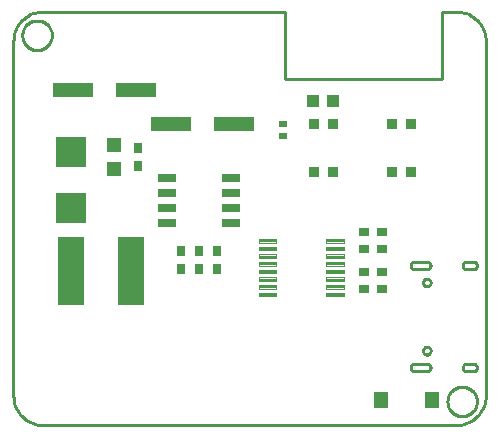
<source format=gbr>
G04 EAGLE Gerber RS-274X export*
G75*
%MOMM*%
%FSLAX34Y34*%
%LPD*%
%INSolderpaste Bottom*%
%IPPOS*%
%AMOC8*
5,1,8,0,0,1.08239X$1,22.5*%
G01*
%ADD10C,0.102500*%
%ADD11R,1.270000X1.470000*%
%ADD12R,2.540000X2.540000*%
%ADD13R,1.300000X1.200000*%
%ADD14R,0.800000X0.900000*%
%ADD15R,1.550000X0.700000*%
%ADD16R,0.700000X0.600000*%
%ADD17R,0.900000X0.800000*%
%ADD18R,0.900000X0.900000*%
%ADD19R,1.000000X1.100000*%
%ADD20R,2.199997X5.720003*%
%ADD21R,3.499994X1.199997*%
%ADD22C,0.254000*%


D10*
X264986Y157638D02*
X279662Y157638D01*
X279662Y154562D01*
X264986Y154562D01*
X264986Y157638D01*
X264986Y155536D02*
X279662Y155536D01*
X279662Y156510D02*
X264986Y156510D01*
X264986Y157484D02*
X279662Y157484D01*
X279662Y151138D02*
X264986Y151138D01*
X279662Y151138D02*
X279662Y148062D01*
X264986Y148062D01*
X264986Y151138D01*
X264986Y149036D02*
X279662Y149036D01*
X279662Y150010D02*
X264986Y150010D01*
X264986Y150984D02*
X279662Y150984D01*
X279662Y144638D02*
X264986Y144638D01*
X279662Y144638D02*
X279662Y141562D01*
X264986Y141562D01*
X264986Y144638D01*
X264986Y142536D02*
X279662Y142536D01*
X279662Y143510D02*
X264986Y143510D01*
X264986Y144484D02*
X279662Y144484D01*
X279662Y138138D02*
X264986Y138138D01*
X279662Y138138D02*
X279662Y135062D01*
X264986Y135062D01*
X264986Y138138D01*
X264986Y136036D02*
X279662Y136036D01*
X279662Y137010D02*
X264986Y137010D01*
X264986Y137984D02*
X279662Y137984D01*
X279662Y131638D02*
X264986Y131638D01*
X279662Y131638D02*
X279662Y128562D01*
X264986Y128562D01*
X264986Y131638D01*
X264986Y129536D02*
X279662Y129536D01*
X279662Y130510D02*
X264986Y130510D01*
X264986Y131484D02*
X279662Y131484D01*
X279662Y125138D02*
X264986Y125138D01*
X279662Y125138D02*
X279662Y122062D01*
X264986Y122062D01*
X264986Y125138D01*
X264986Y123036D02*
X279662Y123036D01*
X279662Y124010D02*
X264986Y124010D01*
X264986Y124984D02*
X279662Y124984D01*
X279662Y118638D02*
X264986Y118638D01*
X279662Y118638D02*
X279662Y115562D01*
X264986Y115562D01*
X264986Y118638D01*
X264986Y116536D02*
X279662Y116536D01*
X279662Y117510D02*
X264986Y117510D01*
X264986Y118484D02*
X279662Y118484D01*
X279662Y112138D02*
X264986Y112138D01*
X279662Y112138D02*
X279662Y109062D01*
X264986Y109062D01*
X264986Y112138D01*
X264986Y110036D02*
X279662Y110036D01*
X279662Y111010D02*
X264986Y111010D01*
X264986Y111984D02*
X279662Y111984D01*
X222262Y112138D02*
X207586Y112138D01*
X222262Y112138D02*
X222262Y109062D01*
X207586Y109062D01*
X207586Y112138D01*
X207586Y110036D02*
X222262Y110036D01*
X222262Y111010D02*
X207586Y111010D01*
X207586Y111984D02*
X222262Y111984D01*
X222262Y118638D02*
X207586Y118638D01*
X222262Y118638D02*
X222262Y115562D01*
X207586Y115562D01*
X207586Y118638D01*
X207586Y116536D02*
X222262Y116536D01*
X222262Y117510D02*
X207586Y117510D01*
X207586Y118484D02*
X222262Y118484D01*
X222262Y125138D02*
X207586Y125138D01*
X222262Y125138D02*
X222262Y122062D01*
X207586Y122062D01*
X207586Y125138D01*
X207586Y123036D02*
X222262Y123036D01*
X222262Y124010D02*
X207586Y124010D01*
X207586Y124984D02*
X222262Y124984D01*
X222262Y131638D02*
X207586Y131638D01*
X222262Y131638D02*
X222262Y128562D01*
X207586Y128562D01*
X207586Y131638D01*
X207586Y129536D02*
X222262Y129536D01*
X222262Y130510D02*
X207586Y130510D01*
X207586Y131484D02*
X222262Y131484D01*
X222262Y138138D02*
X207586Y138138D01*
X222262Y138138D02*
X222262Y135062D01*
X207586Y135062D01*
X207586Y138138D01*
X207586Y136036D02*
X222262Y136036D01*
X222262Y137010D02*
X207586Y137010D01*
X207586Y137984D02*
X222262Y137984D01*
X222262Y144638D02*
X207586Y144638D01*
X222262Y144638D02*
X222262Y141562D01*
X207586Y141562D01*
X207586Y144638D01*
X207586Y142536D02*
X222262Y142536D01*
X222262Y143510D02*
X207586Y143510D01*
X207586Y144484D02*
X222262Y144484D01*
X222262Y151138D02*
X207586Y151138D01*
X222262Y151138D02*
X222262Y148062D01*
X207586Y148062D01*
X207586Y151138D01*
X207586Y149036D02*
X222262Y149036D01*
X222262Y150010D02*
X207586Y150010D01*
X207586Y150984D02*
X222262Y150984D01*
X222262Y157638D02*
X207586Y157638D01*
X222262Y157638D02*
X222262Y154562D01*
X207586Y154562D01*
X207586Y157638D01*
X207586Y155536D02*
X222262Y155536D01*
X222262Y156510D02*
X207586Y156510D01*
X207586Y157484D02*
X222262Y157484D01*
D11*
X354618Y21004D03*
X311618Y21004D03*
D12*
X48948Y184195D03*
X48948Y231185D03*
D13*
X85218Y217182D03*
X85218Y237502D03*
D14*
X105806Y219214D03*
X105806Y234454D03*
D15*
X129826Y170846D03*
X129826Y183546D03*
X129826Y196246D03*
X129826Y208946D03*
X184326Y208946D03*
X184326Y196246D03*
X184326Y183546D03*
X184326Y170846D03*
D14*
X172076Y132276D03*
X172076Y147516D03*
X157076Y132276D03*
X157076Y147516D03*
X142076Y132276D03*
X142076Y147516D03*
D16*
X227948Y244942D03*
X227948Y254942D03*
D17*
X296804Y163646D03*
X312044Y163646D03*
X296804Y129328D03*
X312044Y129328D03*
X312082Y115368D03*
X296842Y115368D03*
X312044Y149488D03*
X296804Y149488D03*
D18*
X336346Y254958D03*
X320346Y254958D03*
X320346Y213958D03*
X336346Y213958D03*
D19*
X270942Y274726D03*
X253942Y274726D03*
D18*
X270188Y254958D03*
X254188Y254958D03*
X254188Y213958D03*
X270188Y213958D03*
D20*
X49168Y130810D03*
X99166Y130810D03*
D21*
X186720Y254762D03*
X133320Y254762D03*
X50516Y283718D03*
X103916Y283718D03*
D22*
X0Y25000D02*
X95Y22821D01*
X380Y20659D01*
X852Y18530D01*
X1508Y16450D01*
X2342Y14435D01*
X3349Y12500D01*
X4521Y10661D01*
X5849Y8930D01*
X7322Y7322D01*
X8930Y5849D01*
X10661Y4521D01*
X12500Y3349D01*
X14435Y2342D01*
X16450Y1508D01*
X18530Y852D01*
X20659Y380D01*
X22821Y95D01*
X25000Y0D01*
X375000Y0D01*
X377179Y95D01*
X379341Y380D01*
X381470Y852D01*
X383551Y1508D01*
X385565Y2342D01*
X387500Y3349D01*
X389339Y4521D01*
X391070Y5849D01*
X392678Y7322D01*
X394151Y8930D01*
X395479Y10661D01*
X396651Y12500D01*
X397658Y14435D01*
X398492Y16450D01*
X399148Y18530D01*
X399620Y20659D01*
X399905Y22821D01*
X400000Y25000D01*
X400000Y325000D01*
X399905Y327179D01*
X399620Y329341D01*
X399148Y331470D01*
X398492Y333551D01*
X397658Y335565D01*
X396651Y337500D01*
X395479Y339339D01*
X394151Y341070D01*
X392678Y342678D01*
X391070Y344151D01*
X389339Y345479D01*
X387500Y346651D01*
X385565Y347658D01*
X383551Y348492D01*
X381470Y349148D01*
X379341Y349620D01*
X377179Y349905D01*
X375000Y350000D01*
X362698Y350000D01*
X362698Y293000D01*
X230000Y293000D01*
X230000Y350000D01*
X25000Y350000D01*
X22821Y349905D01*
X20659Y349620D01*
X18530Y349148D01*
X16450Y348492D01*
X14435Y347658D01*
X12500Y346651D01*
X10661Y345479D01*
X8930Y344151D01*
X7322Y342678D01*
X5849Y341070D01*
X4521Y339339D01*
X3349Y337500D01*
X2342Y335565D01*
X1508Y333551D01*
X852Y331470D01*
X380Y329341D01*
X95Y327179D01*
X0Y325000D01*
X0Y25000D01*
X339250Y132100D02*
X350250Y132100D01*
X350511Y132111D01*
X350771Y132146D01*
X351026Y132202D01*
X351276Y132281D01*
X351518Y132381D01*
X351750Y132502D01*
X351971Y132643D01*
X352178Y132802D01*
X352371Y132979D01*
X352548Y133172D01*
X352707Y133379D01*
X352848Y133600D01*
X352969Y133832D01*
X353069Y134074D01*
X353148Y134324D01*
X353204Y134579D01*
X353239Y134839D01*
X353250Y135100D01*
X353239Y135361D01*
X353204Y135621D01*
X353148Y135876D01*
X353069Y136126D01*
X352969Y136368D01*
X352848Y136600D01*
X352707Y136821D01*
X352548Y137028D01*
X352371Y137221D01*
X352178Y137398D01*
X351971Y137557D01*
X351750Y137698D01*
X351518Y137819D01*
X351276Y137919D01*
X351026Y137998D01*
X350771Y138054D01*
X350511Y138089D01*
X350250Y138100D01*
X339250Y138100D01*
X338989Y138089D01*
X338729Y138054D01*
X338474Y137998D01*
X338224Y137919D01*
X337982Y137819D01*
X337750Y137698D01*
X337529Y137557D01*
X337322Y137398D01*
X337129Y137221D01*
X336952Y137028D01*
X336793Y136821D01*
X336652Y136600D01*
X336531Y136368D01*
X336431Y136126D01*
X336352Y135876D01*
X336296Y135621D01*
X336261Y135361D01*
X336250Y135100D01*
X336261Y134839D01*
X336296Y134579D01*
X336352Y134324D01*
X336431Y134074D01*
X336531Y133832D01*
X336652Y133600D01*
X336793Y133379D01*
X336952Y133172D01*
X337129Y132979D01*
X337322Y132802D01*
X337529Y132643D01*
X337750Y132502D01*
X337982Y132381D01*
X338224Y132281D01*
X338474Y132202D01*
X338729Y132146D01*
X338989Y132111D01*
X339250Y132100D01*
X383400Y132100D02*
X389600Y132100D01*
X389861Y132111D01*
X390121Y132146D01*
X390376Y132202D01*
X390626Y132281D01*
X390868Y132381D01*
X391100Y132502D01*
X391321Y132643D01*
X391528Y132802D01*
X391721Y132979D01*
X391898Y133172D01*
X392057Y133379D01*
X392198Y133600D01*
X392319Y133832D01*
X392419Y134074D01*
X392498Y134324D01*
X392554Y134579D01*
X392589Y134839D01*
X392600Y135100D01*
X392589Y135361D01*
X392554Y135621D01*
X392498Y135876D01*
X392419Y136126D01*
X392319Y136368D01*
X392198Y136600D01*
X392057Y136821D01*
X391898Y137028D01*
X391721Y137221D01*
X391528Y137398D01*
X391321Y137557D01*
X391100Y137698D01*
X390868Y137819D01*
X390626Y137919D01*
X390376Y137998D01*
X390121Y138054D01*
X389861Y138089D01*
X389600Y138100D01*
X383400Y138100D01*
X383139Y138089D01*
X382879Y138054D01*
X382624Y137998D01*
X382374Y137919D01*
X382132Y137819D01*
X381900Y137698D01*
X381679Y137557D01*
X381472Y137398D01*
X381279Y137221D01*
X381102Y137028D01*
X380943Y136821D01*
X380802Y136600D01*
X380681Y136368D01*
X380581Y136126D01*
X380502Y135876D01*
X380446Y135621D01*
X380411Y135361D01*
X380400Y135100D01*
X380411Y134839D01*
X380446Y134579D01*
X380502Y134324D01*
X380581Y134074D01*
X380681Y133832D01*
X380802Y133600D01*
X380943Y133379D01*
X381102Y133172D01*
X381279Y132979D01*
X381472Y132802D01*
X381679Y132643D01*
X381900Y132502D01*
X382132Y132381D01*
X382374Y132281D01*
X382624Y132202D01*
X382879Y132146D01*
X383139Y132111D01*
X383400Y132100D01*
X383400Y45700D02*
X389600Y45700D01*
X389861Y45711D01*
X390121Y45746D01*
X390376Y45802D01*
X390626Y45881D01*
X390868Y45981D01*
X391100Y46102D01*
X391321Y46243D01*
X391528Y46402D01*
X391721Y46579D01*
X391898Y46772D01*
X392057Y46979D01*
X392198Y47200D01*
X392319Y47432D01*
X392419Y47674D01*
X392498Y47924D01*
X392554Y48179D01*
X392589Y48439D01*
X392600Y48700D01*
X392589Y48961D01*
X392554Y49221D01*
X392498Y49476D01*
X392419Y49726D01*
X392319Y49968D01*
X392198Y50200D01*
X392057Y50421D01*
X391898Y50628D01*
X391721Y50821D01*
X391528Y50998D01*
X391321Y51157D01*
X391100Y51298D01*
X390868Y51419D01*
X390626Y51519D01*
X390376Y51598D01*
X390121Y51654D01*
X389861Y51689D01*
X389600Y51700D01*
X383400Y51700D01*
X383139Y51689D01*
X382879Y51654D01*
X382624Y51598D01*
X382374Y51519D01*
X382132Y51419D01*
X381900Y51298D01*
X381679Y51157D01*
X381472Y50998D01*
X381279Y50821D01*
X381102Y50628D01*
X380943Y50421D01*
X380802Y50200D01*
X380681Y49968D01*
X380581Y49726D01*
X380502Y49476D01*
X380446Y49221D01*
X380411Y48961D01*
X380400Y48700D01*
X380411Y48439D01*
X380446Y48179D01*
X380502Y47924D01*
X380581Y47674D01*
X380681Y47432D01*
X380802Y47200D01*
X380943Y46979D01*
X381102Y46772D01*
X381279Y46579D01*
X381472Y46402D01*
X381679Y46243D01*
X381900Y46102D01*
X382132Y45981D01*
X382374Y45881D01*
X382624Y45802D01*
X382879Y45746D01*
X383139Y45711D01*
X383400Y45700D01*
X339250Y45700D02*
X350250Y45700D01*
X350511Y45711D01*
X350771Y45746D01*
X351026Y45802D01*
X351276Y45881D01*
X351518Y45981D01*
X351750Y46102D01*
X351971Y46243D01*
X352178Y46402D01*
X352371Y46579D01*
X352548Y46772D01*
X352707Y46979D01*
X352848Y47200D01*
X352969Y47432D01*
X353069Y47674D01*
X353148Y47924D01*
X353204Y48179D01*
X353239Y48439D01*
X353250Y48700D01*
X353239Y48961D01*
X353204Y49221D01*
X353148Y49476D01*
X353069Y49726D01*
X352969Y49968D01*
X352848Y50200D01*
X352707Y50421D01*
X352548Y50628D01*
X352371Y50821D01*
X352178Y50998D01*
X351971Y51157D01*
X351750Y51298D01*
X351518Y51419D01*
X351276Y51519D01*
X351026Y51598D01*
X350771Y51654D01*
X350511Y51689D01*
X350250Y51700D01*
X339250Y51700D01*
X338989Y51689D01*
X338729Y51654D01*
X338474Y51598D01*
X338224Y51519D01*
X337982Y51419D01*
X337750Y51298D01*
X337529Y51157D01*
X337322Y50998D01*
X337129Y50821D01*
X336952Y50628D01*
X336793Y50421D01*
X336652Y50200D01*
X336531Y49968D01*
X336431Y49726D01*
X336352Y49476D01*
X336296Y49221D01*
X336261Y48961D01*
X336250Y48700D01*
X336261Y48439D01*
X336296Y48179D01*
X336352Y47924D01*
X336431Y47674D01*
X336531Y47432D01*
X336652Y47200D01*
X336793Y46979D01*
X336952Y46772D01*
X337129Y46579D01*
X337322Y46402D01*
X337529Y46243D01*
X337750Y46102D01*
X337982Y45981D01*
X338224Y45881D01*
X338474Y45802D01*
X338729Y45746D01*
X338989Y45711D01*
X339250Y45700D01*
X32500Y329509D02*
X32423Y328530D01*
X32269Y327560D01*
X32040Y326604D01*
X31736Y325670D01*
X31361Y324763D01*
X30915Y323888D01*
X30401Y323050D01*
X29824Y322255D01*
X29186Y321508D01*
X28492Y320814D01*
X27745Y320176D01*
X26950Y319599D01*
X26112Y319085D01*
X25237Y318639D01*
X24330Y318264D01*
X23396Y317960D01*
X22441Y317731D01*
X21470Y317577D01*
X20491Y317500D01*
X19509Y317500D01*
X18530Y317577D01*
X17560Y317731D01*
X16604Y317960D01*
X15670Y318264D01*
X14763Y318639D01*
X13888Y319085D01*
X13050Y319599D01*
X12255Y320176D01*
X11508Y320814D01*
X10814Y321508D01*
X10176Y322255D01*
X9599Y323050D01*
X9085Y323888D01*
X8639Y324763D01*
X8264Y325670D01*
X7960Y326604D01*
X7731Y327560D01*
X7577Y328530D01*
X7500Y329509D01*
X7500Y330491D01*
X7577Y331470D01*
X7731Y332441D01*
X7960Y333396D01*
X8264Y334330D01*
X8639Y335237D01*
X9085Y336112D01*
X9599Y336950D01*
X10176Y337745D01*
X10814Y338492D01*
X11508Y339186D01*
X12255Y339824D01*
X13050Y340401D01*
X13888Y340915D01*
X14763Y341361D01*
X15670Y341736D01*
X16604Y342040D01*
X17560Y342269D01*
X18530Y342423D01*
X19509Y342500D01*
X20491Y342500D01*
X21470Y342423D01*
X22441Y342269D01*
X23396Y342040D01*
X24330Y341736D01*
X25237Y341361D01*
X26112Y340915D01*
X26950Y340401D01*
X27745Y339824D01*
X28492Y339186D01*
X29186Y338492D01*
X29824Y337745D01*
X30401Y336950D01*
X30915Y336112D01*
X31361Y335237D01*
X31736Y334330D01*
X32040Y333396D01*
X32269Y332441D01*
X32423Y331470D01*
X32500Y330491D01*
X32500Y329509D01*
X392500Y19509D02*
X392423Y18530D01*
X392269Y17560D01*
X392040Y16604D01*
X391736Y15670D01*
X391361Y14763D01*
X390915Y13888D01*
X390401Y13050D01*
X389824Y12255D01*
X389186Y11508D01*
X388492Y10814D01*
X387745Y10176D01*
X386950Y9599D01*
X386112Y9085D01*
X385237Y8639D01*
X384330Y8264D01*
X383396Y7960D01*
X382441Y7731D01*
X381470Y7577D01*
X380491Y7500D01*
X379509Y7500D01*
X378530Y7577D01*
X377560Y7731D01*
X376604Y7960D01*
X375670Y8264D01*
X374763Y8639D01*
X373888Y9085D01*
X373050Y9599D01*
X372255Y10176D01*
X371508Y10814D01*
X370814Y11508D01*
X370176Y12255D01*
X369599Y13050D01*
X369085Y13888D01*
X368639Y14763D01*
X368264Y15670D01*
X367960Y16604D01*
X367731Y17560D01*
X367577Y18530D01*
X367500Y19509D01*
X367500Y20491D01*
X367577Y21470D01*
X367731Y22441D01*
X367960Y23396D01*
X368264Y24330D01*
X368639Y25237D01*
X369085Y26112D01*
X369599Y26950D01*
X370176Y27745D01*
X370814Y28492D01*
X371508Y29186D01*
X372255Y29824D01*
X373050Y30401D01*
X373888Y30915D01*
X374763Y31361D01*
X375670Y31736D01*
X376604Y32040D01*
X377560Y32269D01*
X378530Y32423D01*
X379509Y32500D01*
X380491Y32500D01*
X381470Y32423D01*
X382441Y32269D01*
X383396Y32040D01*
X384330Y31736D01*
X385237Y31361D01*
X386112Y30915D01*
X386950Y30401D01*
X387745Y29824D01*
X388492Y29186D01*
X389186Y28492D01*
X389824Y27745D01*
X390401Y26950D01*
X390915Y26112D01*
X391361Y25237D01*
X391736Y24330D01*
X392040Y23396D01*
X392269Y22441D01*
X392423Y21470D01*
X392500Y20491D01*
X392500Y19509D01*
X350263Y66250D02*
X350685Y66194D01*
X351097Y66084D01*
X351491Y65921D01*
X351859Y65708D01*
X352197Y65449D01*
X352499Y65147D01*
X352758Y64809D01*
X352971Y64441D01*
X353134Y64047D01*
X353244Y63635D01*
X353300Y63213D01*
X353300Y62787D01*
X353244Y62365D01*
X353134Y61953D01*
X352971Y61559D01*
X352758Y61191D01*
X352499Y60853D01*
X352197Y60551D01*
X351859Y60292D01*
X351491Y60079D01*
X351097Y59916D01*
X350685Y59806D01*
X350263Y59750D01*
X349837Y59750D01*
X349415Y59806D01*
X349003Y59916D01*
X348609Y60079D01*
X348241Y60292D01*
X347903Y60551D01*
X347601Y60853D01*
X347342Y61191D01*
X347129Y61559D01*
X346966Y61953D01*
X346856Y62365D01*
X346800Y62787D01*
X346800Y63213D01*
X346856Y63635D01*
X346966Y64047D01*
X347129Y64441D01*
X347342Y64809D01*
X347601Y65147D01*
X347903Y65449D01*
X348241Y65708D01*
X348609Y65921D01*
X349003Y66084D01*
X349415Y66194D01*
X349837Y66250D01*
X350263Y66250D01*
X350263Y124050D02*
X350685Y123994D01*
X351097Y123884D01*
X351491Y123721D01*
X351859Y123508D01*
X352197Y123249D01*
X352499Y122947D01*
X352758Y122609D01*
X352971Y122241D01*
X353134Y121847D01*
X353244Y121435D01*
X353300Y121013D01*
X353300Y120587D01*
X353244Y120165D01*
X353134Y119753D01*
X352971Y119359D01*
X352758Y118991D01*
X352499Y118653D01*
X352197Y118351D01*
X351859Y118092D01*
X351491Y117879D01*
X351097Y117716D01*
X350685Y117606D01*
X350263Y117550D01*
X349837Y117550D01*
X349415Y117606D01*
X349003Y117716D01*
X348609Y117879D01*
X348241Y118092D01*
X347903Y118351D01*
X347601Y118653D01*
X347342Y118991D01*
X347129Y119359D01*
X346966Y119753D01*
X346856Y120165D01*
X346800Y120587D01*
X346800Y121013D01*
X346856Y121435D01*
X346966Y121847D01*
X347129Y122241D01*
X347342Y122609D01*
X347601Y122947D01*
X347903Y123249D01*
X348241Y123508D01*
X348609Y123721D01*
X349003Y123884D01*
X349415Y123994D01*
X349837Y124050D01*
X350263Y124050D01*
M02*

</source>
